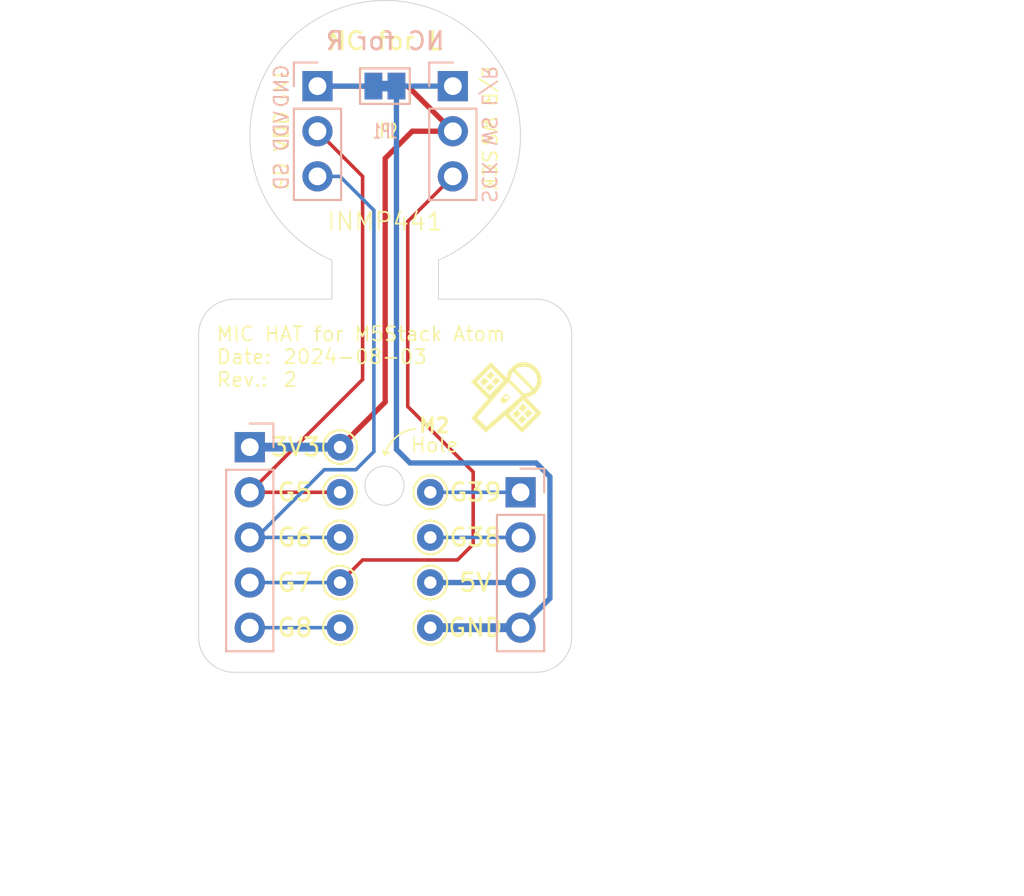
<source format=kicad_pcb>
(kicad_pcb (version 20240108) (generator "pcbnew") (generator_version "8.0")
  (title_block (title "MIC HAT for M5Stack Atom") (date "2024-08-03") (rev "2"))
  (layers (0 "F.Cu" signal) (31 "B.Cu" signal) (34 "B.Paste" user) (35 "F.Paste" user) (36 "B.SilkS" user "B.Silkscreen") (37 "F.SilkS" user "F.Silkscreen") (38 "B.Mask" user) (39 "F.Mask" user) (44 "Edge.Cuts" user))
  (net 0 "")
  (net 1 "/SCK")
  (net 2 "/WS")
  (net 3 "/SD")
  (net 4 "+3V3")
  (net 5 "/G38")
  (net 6 "/G39")
  (net 7 "+5V")
  (net 8 "/G8")
  (net 9 "GND")
  (net 10 "/L{slash}R")
  (footprint "TestPoint:TestPoint_THTPad_D1.5mm_Drill0.7mm" (layer "F.Cu") (at 120.65 73.66)
    (property "Reference" "3V3" (at -2.5 0 0) (layer "F.SilkS"))
    (property "Value" "3V3")
    (fp_circle (center 0 0) (end 0 0.95) (stroke (width 0.12)) (fill none) (layer "F.SilkS"))
    (pad "1" thru_hole circle (at 0 0) (size 1.5 1.5) (drill 0.7) (layers "*.Cu" "*.Mask") (net 4 "+3V3"))
  )
  (footprint "Jumper:SolderJumper-2_P1.3mm_Open_Pad1.0x1.5mm" (layer "F.Cu") (at 123.175 53.34 180)
    (property "Reference" "JP2" (at -0.015 -2.54 0) (layer "F.SilkS") (effects (font (size 0.8 0.5) (thickness 0.1) (bold yes))))
    (property "Value" "NC for L" (at -0.015 2.54 0) (layer "F.SilkS"))
    (fp_line (start 1.4 1) (end -1.4 1) (stroke (width 0.12)) (layer "F.SilkS"))
    (fp_line (start 1.4 -1) (end 1.4 1) (stroke (width 0.12)) (layer "F.SilkS"))
    (fp_line (start -1.4 1) (end -1.4 -1) (stroke (width 0.12)) (layer "F.SilkS"))
    (fp_line (start -1.4 -1) (end 1.4 -1) (stroke (width 0.12)) (layer "F.SilkS"))
    (pad "1" smd rect (at -0.65 0 180) (size 1 1.5) (layers "F.Cu" "F.Mask") (net 4 "+3V3"))
    (pad "2" smd rect (at 0.65 0 180) (size 1 1.5) (layers "F.Cu" "F.Mask") (net 10 "/L{slash}R"))
  )
  (footprint "TestPoint:TestPoint_THTPad_D1.5mm_Drill0.7mm" (layer "F.Cu") (at 120.65 83.82)
    (property "Reference" "G8" (at -2.54 0 0) (layer "F.SilkS"))
    (property "Value" "G8")
    (fp_circle (center 0 0) (end 0 0.95) (stroke (width 0.12)) (fill none) (layer "F.SilkS"))
    (pad "1" thru_hole circle (at 0 0) (size 1.5 1.5) (drill 0.7) (layers "*.Cu" "*.Mask") (net 8 "/G8"))
  )
  (footprint "Custom:M2Hole" (layer "F.Cu") (at 123.1512 75.831)
    (property "Reference" "H1" (hide yes))
    (property "Value" "M2 Hole")
    (fp_line (start -0.08 -1.99) (end 0.020001 -1.74) (stroke (width 0.1)) (layer "F.SilkS"))
    (fp_line (start 0.020001 -1.74) (end 0.27 -1.9) (stroke (width 0.1)) (layer "F.SilkS"))
    (fp_arc (start 0.020001 -1.74) (mid 0.645836 -2.724398) (end 1.712022 -3.197637) (stroke (width 0.1)) (layer "F.SilkS"))
    (fp_circle (center 0 0) (end 1.1 0) (stroke (width 0.05)) (fill none) (layer "Edge.Cuts"))
    (fp_text user "Hole" (at 2.82 -1.82 0) (layer "F.SilkS") (effects (font (size 0.8 0.8) (thickness 0.1)) (justify bottom)))
    (fp_text user "M2" (at 2.794 -2.921 0) (layer "F.SilkS") (effects (font (size 0.8 0.8) (thickness 0.16) (bold yes)) (justify bottom)))
  )
  (footprint "TestPoint:TestPoint_THTPad_D1.5mm_Drill0.7mm" (layer "F.Cu") (at 125.73 81.28)
    (property "Reference" "5V1" (hide yes))
    (property "Value" "5V" (at 2.54 0 0) (layer "F.SilkS"))
    (fp_circle (center 0 0) (end 0 0.95) (stroke (width 0.12)) (fill none) (layer "F.SilkS"))
    (pad "1" thru_hole circle (at 0 0) (size 1.5 1.5) (drill 0.7) (layers "*.Cu" "*.Mask") (net 7 "+5V"))
  )
  (footprint "TestPoint:TestPoint_THTPad_D1.5mm_Drill0.7mm" (layer "F.Cu") (at 125.73 76.2)
    (property "Reference" "G39" (at 2.54 0 0) (layer "F.SilkS"))
    (property "Value" "G39")
    (fp_circle (center 0 0) (end 0 0.95) (stroke (width 0.12)) (fill none) (layer "F.SilkS"))
    (pad "1" thru_hole circle (at 0 0) (size 1.5 1.5) (drill 0.7) (layers "*.Cu" "*.Mask") (net 6 "/G39"))
  )
  (footprint "Custom:Logo" (layer "F.Cu") (at 130.01 70.866)
    (property "Reference" "G1" (hide yes))
    (property "Value" "LOGO" (hide yes))
    (fp_poly (pts (xy -1.107556 -1.017638) (xy -0.996281 -0.906364) (xy -1.121135 -0.781327) (xy -1.157167 -0.745415) (xy -1.189487 -0.713535) (xy -1.216481 -0.68725) (xy -1.236534 -0.668127) (xy -1.248033 -0.65773) (xy -1.25009 -0.656291) (xy -1.25661 -0.661565) (xy -1.272387 -0.67627) (xy -1.295688 -0.698731) (xy -1.324778 -0.727274) (xy -1.357922 -0.760224) (xy -1.363403 -0.76571) (xy -1.472613 -0.875129) (xy -1.345721 -1.00202) (xy -1.21883 -1.128912)) (fill solid) (layer "F.SilkS"))
    (fp_poly (pts (xy -0.795036 -0.705118) (xy -0.683762 -0.593844) (xy -0.808615 -0.468808) (xy -0.844648 -0.432896) (xy -0.876968 -0.401016) (xy -0.903962 -0.374731) (xy -0.924015 -0.355608) (xy -0.935514 -0.34521) (xy -0.937571 -0.343772) (xy -0.944091 -0.349045) (xy -0.959868 -0.36375) (xy -0.983169 -0.386212) (xy -1.012259 -0.414755) (xy -1.045403 -0.447705) (xy -1.050884 -0.453191) (xy -1.160093 -0.56261) (xy -1.033202 -0.689501) (xy -0.90631 -0.816393)) (fill solid) (layer "F.SilkS"))
    (fp_poly (pts (xy 1.021484 1.103586) (xy 1.136666 1.218769) (xy 1.007902 1.347711) (xy 0.971291 1.384203) (xy 0.938378 1.41669) (xy 0.91075 1.443629) (xy 0.889995 1.46348) (xy 0.877699 1.474702) (xy 0.875041 1.476653) (xy 0.86854 1.471375) (xy 0.852746 1.456639) (xy 0.82936 1.43409) (xy 0.800086 1.405373) (xy 0.766623 1.372132) (xy 0.757823 1.363329) (xy 0.644701 1.250004) (xy 0.775501 1.119204) (xy 0.906301 0.988404)) (fill solid) (layer "F.SilkS"))
    (fp_poly (pts (xy 1.052736 0.447296) (xy 1.167918 0.562478) (xy 1.039154 0.69142) (xy 1.002543 0.727913) (xy 0.96963 0.760399) (xy 0.942002 0.787338) (xy 0.921247 0.807189) (xy 0.908951 0.818412) (xy 0.906293 0.820363) (xy 0.899792 0.815085) (xy 0.883998 0.800349) (xy 0.860612 0.7778) (xy 0.831337 0.749082) (xy 0.797875 0.715842) (xy 0.789075 0.707038) (xy 0.675953 0.593714) (xy 0.806753 0.462914) (xy 0.937553 0.332113)) (fill solid) (layer "F.SilkS"))
    (fp_poly (pts (xy 1.365255 0.759815) (xy 1.480437 0.874998) (xy 1.351673 1.00394) (xy 1.315063 1.040432) (xy 1.28215 1.072918) (xy 1.254521 1.099857) (xy 1.233766 1.119708) (xy 1.22147 1.130931) (xy 1.218812 1.132882) (xy 1.212311 1.127604) (xy 1.196517 1.112868) (xy 1.173132 1.090319) (xy 1.143857 1.061601) (xy 1.110394 1.028361) (xy 1.101594 1.019558) (xy 0.988472 0.906233) (xy 1.119272 0.775433) (xy 1.250072 0.644633)) (fill solid) (layer "F.SilkS"))
    (fp_poly (pts (xy 0.708994 0.791097) (xy 0.824144 0.906247) (xy 0.699291 1.031284) (xy 0.662805 1.067314) (xy 0.629464 1.09928) (xy 0.600997 1.1256) (xy 0.579133 1.144693) (xy 0.565604 1.154976) (xy 0.562517 1.156321) (xy 0.553458 1.15101) (xy 0.535447 1.13624) (xy 0.510423 1.113754) (xy 0.480327 1.085296) (xy 0.447184 1.052694) (xy 0.414576 1.019419) (xy 0.386191 0.989307) (xy 0.363769 0.964299) (xy 0.349049 0.946334) (xy 0.343771 0.937361) (xy 0.349094 0.928673) (xy 0.364009 0.910787) (xy 0.386935 0.88543) (xy 0.416291 0.85433) (xy 0.450497 0.819211) (xy 0.468808 0.800801) (xy 0.593845 0.675947)) (fill solid) (layer "F.SilkS"))
    (fp_poly (pts (xy -0.763754 -1.361378) (xy -0.65251 -1.250135) (xy -0.777363 -1.125098) (xy -0.813622 -1.089127) (xy -0.846451 -1.057204) (xy -0.87418 -1.030902) (xy -0.895136 -1.011794) (xy -0.907648 -1.001453) (xy -0.91023 -1.000062) (xy -0.91803 -1.005351) (xy -0.934909 -1.020064) (xy -0.959003 -1.042467) (xy -0.988449 -1.070829) (xy -1.021384 -1.103416) (xy -1.021656 -1.103689) (xy -1.0542 -1.136697) (xy -1.082541 -1.166205) (xy -1.104953 -1.190348) (xy -1.119705 -1.207265) (xy -1.125069 -1.215093) (xy -1.12507 -1.215115) (xy -1.119765 -1.222656) (xy -1.104898 -1.239492) (xy -1.082043 -1.263955) (xy -1.052771 -1.294375) (xy -1.018656 -1.329085) (xy -1.000033 -1.347768) (xy -0.874997 -1.472621)) (fill solid) (layer "F.SilkS"))
    (fp_poly (pts (xy -0.451234 -1.048859) (xy -0.339991 -0.937615) (xy -0.464844 -0.812579) (xy -0.501103 -0.776608) (xy -0.533932 -0.744685) (xy -0.561661 -0.718383) (xy -0.582617 -0.699275) (xy -0.595129 -0.688934) (xy -0.59771 -0.687543) (xy -0.605511 -0.692832) (xy -0.622389 -0.707545) (xy -0.646483 -0.729948) (xy -0.67593 -0.75831) (xy -0.708865 -0.790897) (xy -0.709137 -0.791169) (xy -0.741681 -0.824178) (xy -0.770022 -0.853686) (xy -0.792433 -0.877829) (xy -0.807185 -0.894746) (xy -0.81255 -0.902574) (xy -0.81255 -0.902596) (xy -0.807245 -0.910137) (xy -0.792379 -0.926973) (xy -0.769524 -0.951435) (xy -0.740252 -0.981856) (xy -0.706137 -1.016566) (xy -0.687514 -1.035249) (xy -0.562478 -1.160102)) (fill solid) (layer "F.SilkS"))
    (fp_poly (pts (xy 0.052766 -0.179557) (xy 0.0674 -0.173198) (xy 0.101351 -0.150048) (xy 0.134598 -0.11791) (xy 0.161432 -0.082598) (xy 0.16838 -0.070317) (xy 0.178982 -0.036322) (xy 0.181983 0.003998) (xy 0.177399 0.043538) (xy 0.168072 0.070234) (xy 0.158068 0.084894) (xy 0.139299 0.108276) (xy 0.113887 0.137891) (xy 0.083952 0.171252) (xy 0.059802 0.19724) (xy 0.013487 0.244722) (xy -0.025586 0.280682) (xy -0.059376 0.30623) (xy -0.089841 0.322475) (xy -0.118941 0.330523) (xy -0.148635 0.331484) (xy -0.171886 0.328334) (xy -0.215689 0.31278) (xy -0.257554 0.284706) (xy -0.29377 0.247118) (xy -0.316827 0.21095) (xy -0.327414 0.177018) (xy -0.330431 0.136756) (xy -0.325893 0.097267) (xy -0.316559 0.070474) (xy -0.303674 0.051106) (xy -0.281924 0.024157) (xy -0.260192 -0.000536) (xy -0.106853 -0.000536) (xy -0.099443 0.030017) (xy -0.0826 0.05657) (xy -0.05834 0.077066) (xy -0.028676 0.089454) (xy 0.004378 0.091678) (xy 0.038806 0.081684) (xy 0.051734 0.074319) (xy 0.075181 0.050343) (xy 0.088 0.018748) (xy 0.089633 -0.016137) (xy 0.079525 -0.049987) (xy 0.069692 -0.06543) (xy 0.043952 -0.086514) (xy 0.011122 -0.097246) (xy -0.024185 -0.097626) (xy -0.057354 -0.087654) (xy -0.083771 -0.06733) (xy -0.085319 -0.06543) (xy -0.102817 -0.033037) (xy -0.106853 -0.000536) (xy -0.260192 -0.000536) (xy -0.25367 -0.007946) (xy -0.221275 -0.042776) (xy -0.187102 -0.077908) (xy -0.15351 -0.110915) (xy -0.122864 -0.139371) (xy -0.097524 -0.160848) (xy -0.079853 -0.172922) (xy -0.079413 -0.173139) (xy -0.036804 -0.186405) (xy 0.009277 -0.188545)) (fill solid) (layer "F.SilkS"))
    (fp_poly (pts (xy -0.441756 -1.562919) (xy -0.373613 -1.494862) (xy -0.308696 -1.430178) (xy -0.247845 -1.369697) (xy -0.191902 -1.314245) (xy -0.141704 -1.26465) (xy -0.098094 -1.221741) (xy -0.061911 -1.186346) (xy -0.033995 -1.159292) (xy -0.015186 -1.141407) (xy -0.006325 -1.13352) (xy -0.005735 -1.133221) (xy -0.002973 -1.142159) (xy 0.001626 -1.162076) (xy 0.00685 -1.187574) (xy 0.036363 -1.299187) (xy 0.080168 -1.407224) (xy 0.137066 -1.510137) (xy 0.184782 -1.576896) (xy 0.520932 -1.576896) (xy 1.047001 -1.050784) (xy 1.573071 -0.524671) (xy 1.595944 -0.553369) (xy 1.609005 -0.572539) (xy 1.626068 -0.601452) (xy 1.644591 -0.63566) (xy 1.656979 -0.660197) (xy 1.68326 -0.717026) (xy 1.702537 -0.767188) (xy 1.715789 -0.815134) (xy 1.723995 -0.865317) (xy 1.728136 -0.922187) (xy 1.729193 -0.988343) (xy 1.727621 -1.059657) (xy 1.722626 -1.119591) (xy 1.713446 -1.172163) (xy 1.699318 -1.221391) (xy 1.679479 -1.271293) (xy 1.672599 -1.286356) (xy 1.628907 -1.3644) (xy 1.572387 -1.441181) (xy 1.505754 -1.513856) (xy 1.431728 -1.579583) (xy 1.353024 -1.635519) (xy 1.320393 -1.654764) (xy 1.238851 -1.691524) (xy 1.14914 -1.716789) (xy 1.053813 -1.730432) (xy 0.955423 -1.732325) (xy 0.856526 -1.72234) (xy 0.759674 -1.700348) (xy 0.713822 -1.685182) (xy 0.681432 -1.672152) (xy 0.649721 -1.656647) (xy 0.614166 -1.636272) (xy 0.574938 -1.611661) (xy 0.520932 -1.576896) (xy 0.184782 -1.576896) (xy 0.205856 -1.60638) (xy 0.285337 -1.694405) (xy 0.374308 -1.772665) (xy 0.471568 -1.839612) (xy 0.543002 -1.878459) (xy 0.627546 -1.916618) (xy 0.705874 -1.944766) (xy 0.782755 -1.964004) (xy 0.862959 -1.975436) (xy 0.951256 -1.980162) (xy 0.984435 -1.980437) (xy 1.097221 -1.975221) (xy 1.202325 -1.959282) (xy 1.302632 -1.931735) (xy 1.401028 -1.891694) (xy 1.500396 -1.838273) (xy 1.550876 -1.806578) (xy 1.588437 -1.778712) (xy 1.631761 -1.741352) (xy 1.677607 -1.697776) (xy 1.722735 -1.65126) (xy 1.763904 -1.605081) (xy 1.797872 -1.562517) (xy 1.811506 -1.543064) (xy 1.87523 -1.432778) (xy 1.924312 -1.318488) (xy 1.958681 -1.201223) (xy 1.978268 -1.082011) (xy 1.983005 -0.961883) (xy 1.972823 -0.841866) (xy 1.947652 -0.722988) (xy 1.907423 -0.60628) (xy 1.878662 -0.543003) (xy 1.819573 -0.440185) (xy 1.748652 -0.345152) (xy 1.667386 -0.259064) (xy 1.577258 -0.183079) (xy 1.479754 -0.118357) (xy 1.376358 -0.066057) (xy 1.268554 -0.02734) (xy 1.195917 -0.009829) (xy 1.125218 0.003906) (xy 1.560694 0.439483) (xy 1.996169 0.875059) (xy 1.437585 1.433684) (xy 1.35998 1.511256) (xy 1.285496 1.585635) (xy 1.214874 1.656083) (xy 1.148856 1.721864) (xy 1.088183 1.782242) (xy 1.033598 1.83648) (xy 0.985841 1.883842) (xy 0.945654 1.923592) (xy 0.913779 1.954992) (xy 0.890958 1.977307) (xy 0.877931 1.9898) (xy 0.875047 1.99231) (xy 0.869038 1.986915) (xy 0.852841 1.971291) (xy 0.827299 1.946271) (xy 0.793254 1.912694) (xy 0.75155 1.871396) (xy 0.70303 1.823212) (xy 0.648537 1.768979) (xy 0.588913 1.709535) (xy 0.525002 1.645714) (xy 0.457647 1.578354) (xy 0.4375 1.558187) (xy 0.368113 1.488785) (xy 0.301039 1.421831) (xy 0.237226 1.358264) (xy 0.177623 1.299022) (xy 0.123178 1.245044) (xy 0.074839 1.197269) (xy 0.033556 1.156635) (xy 0.000276 1.124081) (xy -0.024051 1.100546) (xy -0.038479 1.086968) (xy -0.040004 1.085608) (xy -0.083913 1.047151) (xy -0.610351 1.508508) (xy -0.688136 1.576625) (xy -0.762685 1.641808) (xy -0.833145 1.703318) (xy -0.898664 1.760415) (xy -0.958391 1.812359) (xy -1.011472 1.858412) (xy -1.057056 1.897834) (xy -1.09429 1.929886) (xy -1.122323 1.953828) (xy -1.140301 1.96892) (xy -1.147343 1.974412) (xy -1.154217 1.969703) (xy -1.17103 1.954932) (xy -1.196726 1.931146) (xy -1.230251 1.899388) (xy -1.270552 1.860704) (xy -1.316574 1.816138) (xy -1.367262 1.766735) (xy -1.421564 1.713542) (xy -1.478424 1.657601) (xy -1.536788 1.599959) (xy -1.595603 1.54166) (xy -1.653813 1.483749) (xy -1.710366 1.427272) (xy -1.764206 1.373272) (xy -1.814279 1.322796) (xy -1.859532 1.276887) (xy -1.898909 1.236591) (xy -1.931358 1.202953) (xy -1.955823 1.177018) (xy -1.971251 1.15983) (xy -1.976587 1.152442) (xy -1.971539 1.145536) (xy -1.965477 1.138159) (xy -1.632913 1.138159) (xy -1.627575 1.144889) (xy -1.612469 1.161219) (xy -1.58896 1.185782) (xy -1.558411 1.217212) (xy -1.522188 1.254143) (xy -1.481654 1.295208) (xy -1.438173 1.339042) (xy -1.39311 1.384279) (xy -1.347828 1.429552) (xy -1.303693 1.473495) (xy -1.262068 1.514742) (xy -1.224317 1.551927) (xy -1.191804 1.583683) (xy -1.165895 1.608645) (xy -1.147952 1.625446) (xy -1.139341 1.63272) (xy -1.138877 1.632912) (xy -1.131384 1.627985) (xy -1.114281 1.614333) (xy -1.089599 1.593653) (xy -1.059373 1.567642) (xy -1.033355 1.544834) (xy -1.015985 1.529545) (xy -0.987582 1.50462) (xy -0.948883 1.470702) (xy -0.900623 1.428435) (xy -0.843539 1.378462) (xy -0.778366 1.321427) (xy -0.70584 1.257974) (xy -0.626697 1.188747) (xy -0.541672 1.114389) (xy -0.451502 1.035544) (xy -0.356923 0.952855) (xy -0.339397 0.937535) (xy 0.160208 0.937535) (xy 0.515645 1.293037) (xy 0.577287 1.35463) (xy 0.63566 1.41284) (xy 0.689831 1.466744) (xy 0.738864 1.515418) (xy 0.781827 1.557938) (xy 0.817785 1.593379) (xy 0.845804 1.620819) (xy 0.864951 1.639333) (xy 0.87429 1.647997) (xy 0.875051 1.648538) (xy 0.881093 1.643155) (xy 0.897277 1.627594) (xy 0.922708 1.602742) (xy 0.95649 1.569484) (xy 0.99773 1.528705) (xy 1.045533 1.481293) (xy 1.099005 1.428131) (xy 1.15725 1.370106) (xy 1.219374 1.308103) (xy 1.265712 1.261786) (xy 1.652405 0.875034) (xy 1.294981 0.51761) (xy 0.937556 0.160186) (xy 0.548882 0.54886) (xy 0.160208 0.937535) (xy -0.339397 0.937535) (xy -0.25867 0.866967) (xy -0.157478 0.778523) (xy -0.054085 0.688166) (xy -0.036274 0.672602) (xy 0.861105 -0.111551) (xy 0.487676 -0.48504) (xy 0.424445 -0.548139) (xy 0.364404 -0.607777) (xy 0.30847 -0.663062) (xy 0.257556 -0.713103) (xy 0.212579 -0.75701) (xy 0.174453 -0.793889) (xy 0.144095 -0.82285) (xy 0.122418 -0.843001) (xy 0.110339 -0.853451) (xy 0.108118 -0.854741) (xy 0.102368 -0.848524) (xy 0.086909 -0.831177) (xy 0.062305 -0.803344) (xy 0.02912 -0.765668) (xy -0.012082 -0.718793) (xy -0.060735 -0.663363) (xy -0.116277 -0.600022) (xy -0.178142 -0.529414) (xy -0.245767 -0.452182) (xy -0.318587 -0.36897) (xy -0.396038 -0.280423) (xy -0.477555 -0.187183) (xy -0.562576 -0.089896) (xy -0.650534 0.010797) (xy -0.677216 0.041349) (xy -0.767537 0.144767) (xy -0.856064 0.246104) (xy -0.94215 0.344623) (xy -1.02515 0.439585) (xy -1.104417 0.530252) (xy -1.179305 0.615886) (xy -1.249169 0.695747) (xy -1.313362 0.769099) (xy -1.371239 0.835202) (xy -1.422153 0.893319) (xy -1.465459 0.942711) (xy -1.50051 0.982639) (xy -1.526661 1.012366) (xy -1.543265 1.031153) (xy -1.544667 1.03273) (xy -1.57375 1.065739) (xy -1.598796 1.094847) (xy -1.618097 1.118013) (xy -1.629945 1.133195) (xy -1.632913 1.138159) (xy -1.965477 1.138159) (xy -1.956909 1.127733) (xy -1.933429 1.099881) (xy -1.901826 1.062825) (xy -1.862831 1.017411) (xy -1.817174 0.964484) (xy -1.765584 0.90489) (xy -1.70879 0.839475) (xy -1.647523 0.769086) (xy -1.582511 0.694566) (xy -1.514889 0.617225) (xy -1.446814 0.539428) (xy -1.381674 0.464943) (xy -1.320207 0.394617) (xy -1.263148 0.329293) (xy -1.211236 0.269817) (xy -1.165207 0.217034) (xy -1.125797 0.171788) (xy -1.093743 0.134924) (xy -1.069783 0.107287) (xy -1.054651 0.089721) (xy -1.049092 0.083082) (xy -1.053856 0.07667) (xy -1.068907 0.060046) (xy -1.093453 0.034019) (xy -1.126704 -0.000602) (xy -1.167868 -0.043007) (xy -1.216156 -0.092388) (xy -1.270776 -0.147935) (xy -1.330938 -0.208839) (xy -1.395851 -0.27429) (xy -1.464724 -0.34348) (xy -1.520541 -0.399378) (xy -1.996186 -0.875072) (xy -1.996181 -0.875077) (xy -1.652404 -0.875077) (xy -1.296966 -0.519575) (xy -1.235324 -0.457982) (xy -1.176951 -0.399771) (xy -1.122781 -0.345867) (xy -1.073747 -0.297193) (xy -1.030784 -0.254674) (xy -0.994826 -0.219232) (xy -0.966807 -0.191792) (xy -0.947661 -0.173279) (xy -0.938322 -0.164615) (xy -0.937561 -0.164073) (xy -0.931518 -0.169457) (xy -0.915334 -0.185018) (xy -0.889904 -0.20987) (xy -0.856121 -0.243128) (xy -0.814881 -0.283906) (xy -0.767078 -0.331319) (xy -0.713607 -0.384481) (xy -0.655362 -0.442506) (xy -0.593238 -0.504508) (xy -0.5469 -0.550825) (xy -0.160207 -0.937577) (xy -0.213413 -0.990783) (xy 0.232009 -0.990783) (xy 0.610175 -0.611977) (xy 0.988342 -0.233172) (xy 1.043277 -0.237858) (xy 1.078578 -0.242143) (xy 1.120492 -0.249074) (xy 1.160542 -0.257233) (xy 1.164378 -0.258123) (xy 1.199729 -0.268587) (xy 1.242461 -0.284481) (xy 1.288642 -0.304001) (xy 1.334337 -0.325338) (xy 1.375615 -0.346688) (xy 1.408543 -0.366243) (xy 1.423764 -0.377266) (xy 1.445099 -0.394902) (xy 0.918537 -0.92142) (xy 0.391975 -1.447939) (xy 0.357395 -1.393933) (xy 0.305651 -1.299277) (xy 0.267282 -1.198633) (xy 0.243204 -1.094645) (xy 0.237311 -1.047827) (xy 0.232009 -0.990783) (xy -0.213413 -0.990783) (xy -0.517631 -1.295001) (xy -0.875055 -1.652425) (xy -1.263729 -1.263751) (xy -1.652404 -0.875077) (xy -1.996181 -0.875077) (xy -1.43563 -1.435628) (xy -0.875074 -1.996184)) (fill solid) (layer "F.SilkS"))
  )
  (footprint "TestPoint:TestPoint_THTPad_D1.5mm_Drill0.7mm" (layer "F.Cu") (at 125.73 78.74)
    (property "Reference" "G38" (at 2.54 0 0) (layer "F.SilkS"))
    (property "Value" "G38")
    (fp_circle (center 0 0) (end 0 0.95) (stroke (width 0.12)) (fill none) (layer "F.SilkS"))
    (pad "1" thru_hole circle (at 0 0) (size 1.5 1.5) (drill 0.7) (layers "*.Cu" "*.Mask") (net 5 "/G38"))
  )
  (footprint "TestPoint:TestPoint_THTPad_D1.5mm_Drill0.7mm" (layer "F.Cu") (at 120.65 78.74)
    (property "Reference" "G6" (at -2.54 0 0) (layer "F.SilkS"))
    (property "Value" "G6")
    (fp_circle (center 0 0) (end 0 0.95) (stroke (width 0.12)) (fill none) (layer "F.SilkS"))
    (pad "1" thru_hole circle (at 0 0) (size 1.5 1.5) (drill 0.7) (layers "*.Cu" "*.Mask") (net 1 "/SCK"))
  )
  (footprint "TestPoint:TestPoint_THTPad_D1.5mm_Drill0.7mm" (layer "F.Cu") (at 120.65 81.28)
    (property "Reference" "G7" (at -2.54 0 0) (layer "F.SilkS"))
    (property "Value" "G7")
    (fp_circle (center 0 0) (end 0 0.95) (stroke (width 0.12)) (fill none) (layer "F.SilkS"))
    (pad "1" thru_hole circle (at 0 0) (size 1.5 1.5) (drill 0.7) (layers "*.Cu" "*.Mask") (net 3 "/SD"))
  )
  (footprint "TestPoint:TestPoint_THTPad_D1.5mm_Drill0.7mm" (layer "F.Cu") (at 120.65 76.2)
    (property "Reference" "G5" (at -2.54 0 0) (layer "F.SilkS"))
    (property "Value" "G5")
    (fp_circle (center 0 0) (end 0 0.95) (stroke (width 0.12)) (fill none) (layer "F.SilkS"))
    (pad "1" thru_hole circle (at 0 0) (size 1.5 1.5) (drill 0.7) (layers "*.Cu" "*.Mask") (net 2 "/WS"))
  )
  (footprint "TestPoint:TestPoint_THTPad_D1.5mm_Drill0.7mm" (layer "F.Cu") (at 125.73 83.82)
    (property "Reference" "GND1" (hide yes))
    (property "Value" "GND" (at 2.54 0 0) (layer "F.SilkS"))
    (fp_circle (center 0 0) (end 0 0.95) (stroke (width 0.12)) (fill none) (layer "F.SilkS"))
    (pad "1" thru_hole circle (at 0 0) (size 1.5 1.5) (drill 0.7) (layers "*.Cu" "*.Mask") (net 9 "GND"))
  )
  (footprint "Connector_PinHeader_2.54mm:PinHeader_1x05_P2.54mm_Vertical" (layer "B.Cu") (at 115.57 73.66 180)
    (property "Reference" "J1" (hide yes))
    (property "Value" "Atom Left")
    (fp_line (start 1.33 -1.27) (end -1.33 -1.27) (stroke (width 0.12)) (layer "B.SilkS"))
    (fp_line (start 1.33 -11.49) (end 1.33 -1.27) (stroke (width 0.12)) (layer "B.SilkS"))
    (fp_line (start 1.33 -11.49) (end -1.33 -11.49) (stroke (width 0.12)) (layer "B.SilkS"))
    (fp_line (start 0 1.33) (end -1.33 1.33) (stroke (width 0.12)) (layer "B.SilkS"))
    (fp_line (start -1.33 1.33) (end -1.33 0) (stroke (width 0.12)) (layer "B.SilkS"))
    (fp_line (start -1.33 -11.49) (end -1.33 -1.27) (stroke (width 0.12)) (layer "B.SilkS"))
    (pad "1" thru_hole rect (at 0 0 180) (size 1.7 1.7) (drill 1) (layers "*.Cu" "*.Mask") (net 4 "+3V3"))
    (pad "2" thru_hole oval (at 0 -2.54 180) (size 1.7 1.7) (drill 1) (layers "*.Cu" "*.Mask") (net 2 "/WS"))
    (pad "3" thru_hole oval (at 0 -5.08 180) (size 1.7 1.7) (drill 1) (layers "*.Cu" "*.Mask") (net 1 "/SCK"))
    (pad "4" thru_hole oval (at 0 -7.62 180) (size 1.7 1.7) (drill 1) (layers "*.Cu" "*.Mask") (net 3 "/SD"))
    (pad "5" thru_hole oval (at 0 -10.16 180) (size 1.7 1.7) (drill 1) (layers "*.Cu" "*.Mask") (net 8 "/G8"))
  )
  (footprint "Jumper:SolderJumper-2_P1.3mm_Bridged_Pad1.0x1.5mm" (layer "B.Cu") (at 123.175 53.34)
    (property "Reference" "JP1" (at 0 2.54 0) (layer "B.SilkS") (effects (font (size 0.8 0.5) (thickness 0.1) (bold yes)) (justify mirror)))
    (property "Value" "NC for R" (at 0.015 -2.54 0) (layer "B.SilkS") (effects (justify mirror)))
    (fp_poly (pts (xy -0.25 0.3) (xy 0.25 0.3) (xy 0.25 -0.3) (xy -0.25 -0.3)) (fill solid) (layer "B.Cu"))
    (fp_line (start -1.4 -1) (end 1.4 -1) (stroke (width 0.12)) (layer "B.SilkS"))
    (fp_line (start -1.4 1) (end -1.4 -1) (stroke (width 0.12)) (layer "B.SilkS"))
    (fp_line (start 1.4 -1) (end 1.4 1) (stroke (width 0.12)) (layer "B.SilkS"))
    (fp_line (start 1.4 1) (end -1.4 1) (stroke (width 0.12)) (layer "B.SilkS"))
    (pad "1" smd rect (at -0.65 0) (size 1 1.5) (layers "B.Cu" "B.Mask") (net 10 "/L{slash}R"))
    (pad "2" smd rect (at 0.65 0) (size 1 1.5) (layers "B.Cu" "B.Mask") (net 9 "GND"))
  )
  (footprint "Connector_PinHeader_2.54mm:PinHeader_1x04_P2.54mm_Vertical" (layer "B.Cu") (at 130.81 76.2 180)
    (property "Reference" "J2" (hide yes))
    (property "Value" "Atom Right")
    (fp_line (start 1.33 -1.27) (end -1.33 -1.27) (stroke (width 0.12)) (layer "B.SilkS"))
    (fp_line (start 1.33 -8.95) (end 1.33 -1.27) (stroke (width 0.12)) (layer "B.SilkS"))
    (fp_line (start 1.33 -8.95) (end -1.33 -8.95) (stroke (width 0.12)) (layer "B.SilkS"))
    (fp_line (start 0 1.33) (end -1.33 1.33) (stroke (width 0.12)) (layer "B.SilkS"))
    (fp_line (start -1.33 1.33) (end -1.33 0) (stroke (width 0.12)) (layer "B.SilkS"))
    (fp_line (start -1.33 -8.95) (end -1.33 -1.27) (stroke (width 0.12)) (layer "B.SilkS"))
    (pad "1" thru_hole rect (at 0 0 180) (size 1.7 1.7) (drill 1) (layers "*.Cu" "*.Mask") (net 6 "/G39"))
    (pad "2" thru_hole oval (at 0 -2.54 180) (size 1.7 1.7) (drill 1) (layers "*.Cu" "*.Mask") (net 5 "/G38"))
    (pad "3" thru_hole oval (at 0 -5.08 180) (size 1.7 1.7) (drill 1) (layers "*.Cu" "*.Mask") (net 7 "+5V"))
    (pad "4" thru_hole oval (at 0 -7.62 180) (size 1.7 1.7) (drill 1) (layers "*.Cu" "*.Mask") (net 9 "GND"))
  )
  (footprint "Connector_PinSocket_2.54mm:PinSocket_1x03_P2.54mm_Vertical" (layer "B.Cu") (at 119.38 53.34 180)
    (property "Reference" "J3" (hide yes))
    (property "Value" "INMP441 Left")
    (fp_line (start 1.33 1.33) (end 0 1.33) (stroke (width 0.12)) (layer "B.SilkS"))
    (fp_line (start 1.33 0) (end 1.33 1.33) (stroke (width 0.12)) (layer "B.SilkS"))
    (fp_line (start 1.33 -1.27) (end -1.33 -1.27) (stroke (width 0.12)) (layer "B.SilkS"))
    (fp_line (start 1.33 -6.41) (end 1.33 -1.27) (stroke (width 0.12)) (layer "B.SilkS"))
    (fp_line (start 1.33 -6.41) (end -1.33 -6.41) (stroke (width 0.12)) (layer "B.SilkS"))
    (fp_line (start -1.33 -6.41) (end -1.33 -1.27) (stroke (width 0.12)) (layer "B.SilkS"))
    (pad "1" thru_hole rect (at 0 0 180) (size 1.7 1.7) (drill 1) (layers "*.Cu" "*.Mask") (net 10 "/L{slash}R"))
    (pad "2" thru_hole oval (at 0 -2.54 180) (size 1.7 1.7) (drill 1) (layers "*.Cu" "*.Mask") (net 2 "/WS"))
    (pad "3" thru_hole oval (at 0 -5.08 180) (size 1.7 1.7) (drill 1) (layers "*.Cu" "*.Mask") (net 1 "/SCK"))
  )
  (footprint "Connector_PinSocket_2.54mm:PinSocket_1x03_P2.54mm_Vertical" (layer "B.Cu") (at 127 53.34 180)
    (property "Reference" "J4" (hide yes))
    (property "Value" "INMP441 Right")
    (fp_line (start 1.33 1.33) (end 0 1.33) (stroke (width 0.12)) (layer "B.SilkS"))
    (fp_line (start 1.33 0) (end 1.33 1.33) (stroke (width 0.12)) (layer "B.SilkS"))
    (fp_line (start 1.33 -1.27) (end -1.33 -1.27) (stroke (width 0.12)) (layer "B.SilkS"))
    (fp_line (start 1.33 -6.41) (end 1.33 -1.27) (stroke (width 0.12)) (layer "B.SilkS"))
    (fp_line (start 1.33 -6.41) (end -1.33 -6.41) (stroke (width 0.12)) (layer "B.SilkS"))
    (fp_line (start -1.33 -6.41) (end -1.33 -1.27) (stroke (width 0.12)) (layer "B.SilkS"))
    (pad "1" thru_hole rect (at 0 0 180) (size 1.7 1.7) (drill 1) (layers "*.Cu" "*.Mask") (net 9 "GND"))
    (pad "2" thru_hole oval (at 0 -2.54 180) (size 1.7 1.7) (drill 1) (layers "*.Cu" "*.Mask") (net 4 "+3V3"))
    (pad "3" thru_hole oval (at 0 -5.08 180) (size 1.7 1.7) (drill 1) (layers "*.Cu" "*.Mask") (net 3 "/SD"))
  )
  (gr_line (start 126.19 63.134) (end 126.19 65.331) (stroke (width 0.05)) (layer "Edge.Cuts"))
  (gr_line (start 120.19 63.134) (end 120.19 65.331) (stroke (width 0.05)) (layer "Edge.Cuts"))
  (gr_line (start 112.69 67.331) (end 112.69 84.331) (stroke (width 0.05)) (layer "Edge.Cuts"))
  (gr_arc (start 112.69 67.331) (mid 113.275786 65.916786) (end 114.69 65.331) (stroke (width 0.05)) (layer "Edge.Cuts"))
  (gr_line (start 133.69 84.331) (end 133.69 67.331) (stroke (width 0.05)) (layer "Edge.Cuts"))
  (gr_line (start 131.69 65.331) (end 126.19 65.331) (stroke (width 0.05)) (layer "Edge.Cuts"))
  (gr_arc (start 133.69 84.331) (mid 133.104214 85.745214) (end 131.69 86.331) (stroke (width 0.05)) (layer "Edge.Cuts"))
  (gr_arc (start 114.69 86.331) (mid 113.275786 85.745214) (end 112.69 84.331) (stroke (width 0.05)) (layer "Edge.Cuts"))
  (gr_line (start 114.69 86.331) (end 131.69 86.331) (stroke (width 0.05)) (layer "Edge.Cuts"))
  (gr_arc (start 120.19 63.134) (mid 123.19 48.518227) (end 126.19 63.134) (stroke (width 0.05)) (layer "Edge.Cuts"))
  (gr_arc (start 131.69 65.331) (mid 133.104214 65.916786) (end 133.69 67.331) (stroke (width 0.05)) (layer "Edge.Cuts"))
  (gr_line (start 120.19 65.331) (end 114.69 65.331) (stroke (width 0.05)) (layer "Edge.Cuts"))
  (gr_text "L/R" (at 129.032 53.34 -90) (layer "B.SilkS") (effects (font (size 0.8 0.8) (thickness 0.1)) (justify mirror)))
  (gr_text "VDD" (at 117.348 55.88 -270) (layer "B.SilkS") (effects (font (size 0.8 0.8) (thickness 0.1)) (justify mirror)))
  (gr_text "SD" (at 117.348 58.42 -270) (layer "B.SilkS") (effects (font (size 0.8 0.8) (thickness 0.1)) (justify mirror)))
  (gr_text "SCK	" (at 129.032 58.42 -90) (layer "B.SilkS") (effects (font (size 0.8 0.8) (thickness 0.1)) (justify mirror)))
  (gr_text "WS" (at 129.032 55.88 -90) (layer "B.SilkS") (effects (font (size 0.8 0.8) (thickness 0.1)) (justify mirror)))
  (gr_text "GND" (at 117.348 53.34 -270) (layer "B.SilkS") (effects (font (size 0.8 0.8) (thickness 0.1)) (justify mirror)))
  (gr_text "SD" (at 117.35 58.421 90) (layer "F.SilkS") (effects (font (size 0.8 0.8) (thickness 0.1))))
  (gr_text "L/R" (at 129.034 53.341 270) (layer "F.SilkS") (effects (font (size 0.8 0.8) (thickness 0.1))))
  (gr_text "SCK	" (at 129.034 58.421 270) (layer "F.SilkS") (effects (font (size 0.8 0.8) (thickness 0.1))))
  (gr_text "GND" (at 117.35 53.341 90) (layer "F.SilkS") (effects (font (size 0.8 0.8) (thickness 0.1))))
  (gr_text "WS" (at 129.034 55.881 270) (layer "F.SilkS") (effects (font (size 0.8 0.8) (thickness 0.1))))
  (gr_text "${ISSUE_DATE}\n${REVISION}" (at 117.39 70.331 0) (layer "F.SilkS") (effects (font (size 0.8 0.8) (thickness 0.1)) (justify left bottom)))
  (gr_text "VDD" (at 117.35 55.881 90) (layer "F.SilkS") (effects (font (size 0.8 0.8) (thickness 0.1))))
  (gr_text "INMP441" (at 123.19 60.96 0) (layer "F.SilkS") (effects (font (size 1 1) (thickness 0.1))))
  (gr_text "${TITLE}\nDate:\nRev.:" (at 113.6512 70.331 0) (layer "F.SilkS") (effects (font (size 0.8 0.8) (thickness 0.1)) (justify left bottom)))
  (segment (start 122.555 60.325) (end 120.65 58.42) (width 0.2) (layer "B.Cu") (net 1))
  (segment (start 121.539 74.93) (end 119.761 74.93) (width 0.2) (layer "B.Cu") (net 1))
  (segment (start 115.57 78.74) (end 120.65 78.74) (width 0.2) (layer "B.Cu") (net 1))
  (segment (start 122.555 73.914) (end 121.539 74.93) (width 0.2) (layer "B.Cu") (net 1))
  (segment (start 120.65 58.42) (end 119.38 58.42) (width 0.2) (layer "B.Cu") (net 1))
  (segment (start 115.951 78.74) (end 115.57 78.74) (width 0.2) (layer "B.Cu") (net 1))
  (segment (start 122.555 73.914) (end 122.555 60.325) (width 0.2) (layer "B.Cu") (net 1))
  (segment (start 119.761 74.93) (end 115.951 78.74) (width 0.2) (layer "B.Cu") (net 1))
  (segment (start 115.57 76.2) (end 120.65 76.2) (width 0.2) (layer "F.Cu") (net 2))
  (segment (start 121.92 58.42) (end 119.38 55.88) (width 0.2) (layer "F.Cu") (net 2))
  (segment (start 115.57 76.2) (end 121.92 69.85) (width 0.2) (layer "F.Cu") (net 2))
  (segment (start 121.92 69.85) (end 121.92 58.42) (width 0.2) (layer "F.Cu") (net 2))
  (segment (start 127.254 80.01) (end 121.92 80.01) (width 0.2) (layer "F.Cu") (net 3))
  (segment (start 124.46 60.96) (end 124.46 71.374) (width 0.2) (layer "F.Cu") (net 3))
  (segment (start 121.92 80.01) (end 120.65 81.28) (width 0.2) (layer "F.Cu") (net 3))
  (segment (start 127 58.42) (end 124.46 60.96) (width 0.2) (layer "F.Cu") (net 3))
  (segment (start 124.46 71.374) (end 128.143 75.057) (width 0.2) (layer "F.Cu") (net 3))
  (segment (start 128.143 75.057) (end 128.143 79.121) (width 0.2) (layer "F.Cu") (net 3))
  (segment (start 128.143 79.121) (end 127.254 80.01) (width 0.2) (layer "F.Cu") (net 3))
  (segment (start 115.57 81.28) (end 120.65 81.28) (width 0.2) (layer "B.Cu") (net 3))
  (segment (start 123.19 57.404) (end 124.714 55.88) (width 0.3) (layer "F.Cu") (net 4))
  (segment (start 127 55.88) (end 124.46 53.34) (width 0.3) (layer "F.Cu") (net 4))
  (segment (start 124.46 53.34) (end 123.825 53.34) (width 0.3) (layer "F.Cu") (net 4))
  (segment (start 123.19 71.12) (end 123.19 57.404) (width 0.3) (layer "F.Cu") (net 4))
  (segment (start 124.714 55.88) (end 127 55.88) (width 0.3) (layer "F.Cu") (net 4))
  (segment (start 120.65 73.66) (end 123.19 71.12) (width 0.3) (layer "F.Cu") (net 4))
  (segment (start 120.65 73.66) (end 115.57 73.66) (width 0.5) (layer "B.Cu") (net 4))
  (segment (start 130.81 78.74) (end 125.73 78.74) (width 0.2) (layer "B.Cu") (net 5))
  (segment (start 130.81 76.2) (end 125.73 76.2) (width 0.2) (layer "B.Cu") (net 6))
  (segment (start 125.73 81.28) (end 130.81 81.28) (width 0.3) (layer "B.Cu") (net 7))
  (segment (start 115.57 83.82) (end 120.65 83.82) (width 0.2) (layer "B.Cu") (net 8))
  (segment (start 130.81 83.82) (end 125.73 83.82) (width 0.5) (layer "B.Cu") (net 9))
  (segment (start 124.587 74.549) (end 131.69 74.549) (width 0.3) (layer "B.Cu") (net 9))
  (segment (start 132.461 75.32) (end 132.461 82.169) (width 0.3) (layer "B.Cu") (net 9))
  (segment (start 123.825 73.787) (end 124.587 74.549) (width 0.3) (layer "B.Cu") (net 9))
  (segment (start 123.825 53.34) (end 123.825 73.787) (width 0.3) (layer "B.Cu") (net 9))
  (segment (start 127 53.34) (end 123.825 53.34) (width 0.3) (layer "B.Cu") (net 9))
  (segment (start 132.461 82.169) (end 130.81 83.82) (width 0.3) (layer "B.Cu") (net 9))
  (segment (start 131.69 74.549) (end 132.461 75.32) (width 0.3) (layer "B.Cu") (net 9))
  (segment (start 122.525 53.34) (end 119.38 53.34) (width 0.3) (layer "F.Cu") (net 10))
  (segment (start 122.525 53.34) (end 119.38 53.34) (width 0.3) (layer "B.Cu") (net 10))
)
</source>
